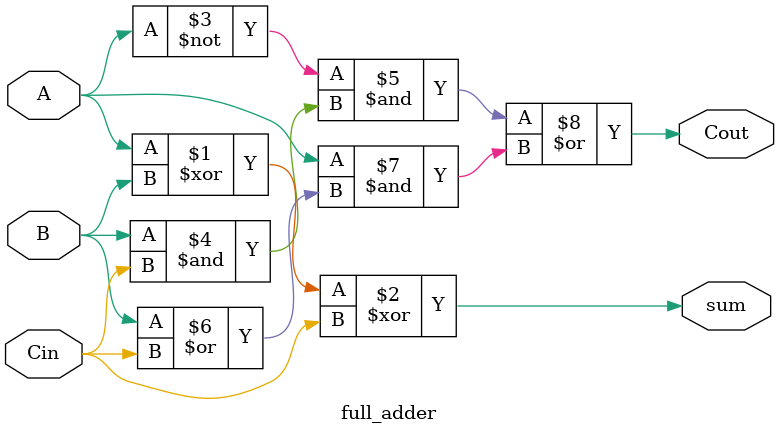
<source format=v>
module full_adder(
    input A, B, Cin,
    output sum, Cout
);

    assign sum = A ^ B ^ Cin;
    assign Cout = (~A & (B & Cin)) | (A & (B | Cin));

endmodule
</source>
